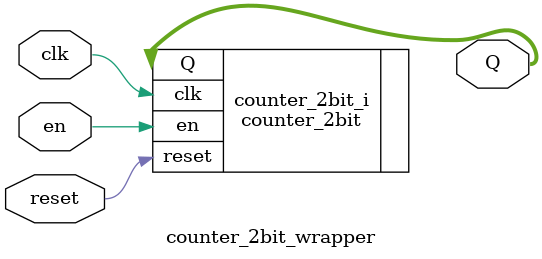
<source format=v>
`timescale 1 ps / 1 ps

module counter_2bit_wrapper
   (Q,
    clk,
    en,
    reset);
  output [1:0]Q;
  input clk;
  input en;
  input reset;

  wire [1:0]Q;
  wire clk;
  wire en;
  wire reset;

  counter_2bit counter_2bit_i
       (.Q(Q),
        .clk(clk),
        .en(en),
        .reset(reset));
endmodule

</source>
